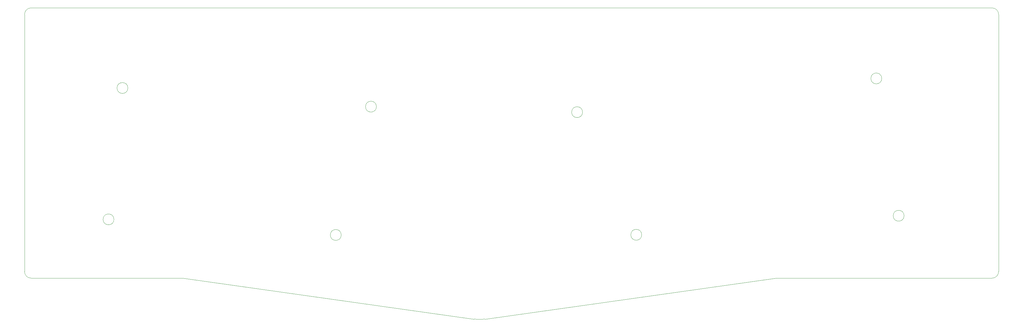
<source format=gm1>
G04 #@! TF.GenerationSoftware,KiCad,Pcbnew,(5.99.0-9176-ga1730d51ff)*
G04 #@! TF.CreationDate,2021-11-18T23:05:27-06:00*
G04 #@! TF.ProjectId,Concerto,436f6e63-6572-4746-9f2e-6b696361645f,rev?*
G04 #@! TF.SameCoordinates,Original*
G04 #@! TF.FileFunction,Profile,NP*
%FSLAX46Y46*%
G04 Gerber Fmt 4.6, Leading zero omitted, Abs format (unit mm)*
G04 Created by KiCad (PCBNEW (5.99.0-9176-ga1730d51ff)) date 2021-11-18 23:05:27*
%MOMM*%
%LPD*%
G01*
G04 APERTURE LIST*
G04 #@! TA.AperFunction,Profile*
%ADD10C,0.100000*%
G04 #@! TD*
G04 APERTURE END LIST*
D10*
X358519999Y-65730000D02*
G75*
G02*
X360520000Y-67730060I1J-2000000D01*
G01*
X331887460Y-128750352D02*
G75*
G03*
X331887460Y-128750352I-1650000J0D01*
G01*
X183863332Y-65730000D02*
X67535560Y-65730000D01*
X325127109Y-87117916D02*
G75*
G03*
X325127109Y-87117916I-1650000J0D01*
G01*
X358520000Y-65730000D02*
X222363332Y-65730000D01*
X113437514Y-147679253D02*
X201633889Y-160074438D01*
X252434413Y-134521942D02*
G75*
G03*
X252434413Y-134521942I-1650000J0D01*
G01*
X204974044Y-160074438D02*
G75*
G02*
X201633889Y-160074438I-1670079J11883217D01*
G01*
X92615971Y-129855207D02*
G75*
G03*
X92615971Y-129855207I-1650000J0D01*
G01*
X204974044Y-160074438D02*
X293170291Y-147679253D01*
X67535561Y-147679253D02*
G75*
G02*
X65535561Y-145679253I0J2000000D01*
G01*
X96836098Y-90021329D02*
G75*
G03*
X96836098Y-90021329I-1650000J0D01*
G01*
X65535561Y-67730000D02*
X65535561Y-145679253D01*
X234519999Y-97343912D02*
G75*
G03*
X234519999Y-97343912I-1650000J0D01*
G01*
X360517628Y-145679313D02*
X360520000Y-67730060D01*
X65535561Y-67730001D02*
G75*
G02*
X67535560Y-65730000I2000000J1D01*
G01*
X293170291Y-147679253D02*
X358517628Y-147679252D01*
X161445207Y-134579690D02*
G75*
G03*
X161445207Y-134579690I-1650000J0D01*
G01*
X67535560Y-147679253D02*
X113437514Y-147679253D01*
X222363332Y-65730000D02*
X183863332Y-65730000D01*
X360517627Y-145679314D02*
G75*
G02*
X358517628Y-147679252I-1999999J61D01*
G01*
X172098454Y-95672181D02*
G75*
G03*
X172098454Y-95672181I-1650000J0D01*
G01*
M02*

</source>
